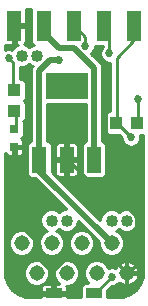
<source format=gtl>
G75*
%MOIN*%
%OFA0B0*%
%FSLAX24Y24*%
%IPPOS*%
%LPD*%
%AMOC8*
5,1,8,0,0,1.08239X$1,22.5*
%
%ADD10C,0.0515*%
%ADD11R,0.0394X0.0433*%
%ADD12R,0.0315X0.0315*%
%ADD13R,0.0433X0.0394*%
%ADD14R,0.0551X0.0354*%
%ADD15R,0.0500X0.1000*%
%ADD16C,0.0400*%
%ADD17R,0.0480X0.0880*%
%ADD18R,0.1417X0.0866*%
%ADD19C,0.0100*%
%ADD20C,0.0270*%
%ADD21C,0.0200*%
D10*
X004447Y002550D03*
X004947Y001550D03*
X005447Y002550D03*
X005947Y001550D03*
X006447Y002550D03*
X006947Y001550D03*
X007447Y002550D03*
X007947Y001550D03*
D11*
X007612Y006550D03*
X008282Y006550D03*
D12*
X004197Y006345D03*
X004197Y005755D03*
D13*
X004197Y006965D03*
X004197Y007635D03*
D14*
X005528Y000870D03*
X006866Y000870D03*
D15*
X007197Y009800D03*
X006197Y009800D03*
X005197Y009800D03*
X004197Y009800D03*
X008197Y009800D03*
D16*
X004947Y008800D03*
X004447Y008800D03*
X005447Y003300D03*
X005947Y003300D03*
X007447Y003300D03*
X007947Y003300D03*
D17*
X006857Y005330D03*
X005947Y005330D03*
X005037Y005330D03*
D18*
X005947Y007770D03*
D19*
X003897Y001550D02*
X003907Y001425D01*
X003984Y001187D01*
X004131Y000984D01*
X004334Y000837D01*
X004572Y000760D01*
X004697Y000750D01*
X005102Y000750D01*
X005102Y000831D01*
X005489Y000831D01*
X005489Y000909D01*
X005489Y001197D01*
X005232Y001197D01*
X005194Y001187D01*
X005160Y001167D01*
X005132Y001139D01*
X005112Y001105D01*
X005102Y001067D01*
X005102Y000909D01*
X005489Y000909D01*
X005566Y000909D01*
X005566Y001197D01*
X005695Y001197D01*
X005585Y001308D01*
X005520Y001465D01*
X005520Y001635D01*
X005585Y001792D01*
X005705Y001912D01*
X005862Y001977D01*
X006032Y001977D01*
X006189Y001912D01*
X006309Y001792D01*
X006375Y001635D01*
X006375Y001465D01*
X006309Y001308D01*
X006189Y001188D01*
X006032Y001123D01*
X005933Y001123D01*
X005943Y001105D01*
X005953Y001067D01*
X005953Y000909D01*
X005566Y000909D01*
X005566Y000831D01*
X005953Y000831D01*
X005953Y000750D01*
X006421Y000750D01*
X006421Y001118D01*
X006520Y001217D01*
X006675Y001217D01*
X006585Y001308D01*
X006520Y001465D01*
X006520Y001635D01*
X006585Y001792D01*
X006705Y001912D01*
X006862Y001977D01*
X007032Y001977D01*
X007189Y001912D01*
X007309Y001792D01*
X007342Y001713D01*
X007396Y001735D01*
X007518Y001735D01*
X007572Y001712D01*
X007599Y001764D01*
X007636Y001815D01*
X007682Y001861D01*
X007733Y001899D01*
X007791Y001928D01*
X007852Y001947D01*
X007915Y001957D01*
X007918Y001957D01*
X007918Y001579D01*
X007976Y001579D01*
X007976Y001957D01*
X007979Y001957D01*
X008042Y001947D01*
X008103Y001928D01*
X008161Y001899D01*
X008213Y001861D01*
X008258Y001815D01*
X008296Y001764D01*
X008325Y001706D01*
X008344Y001645D01*
X008355Y001582D01*
X008355Y001579D01*
X007976Y001579D01*
X007976Y001521D01*
X008355Y001521D01*
X008355Y001518D01*
X008344Y001455D01*
X008325Y001394D01*
X008296Y001336D01*
X008258Y001285D01*
X008213Y001239D01*
X008161Y001201D01*
X008103Y001172D01*
X008042Y001153D01*
X007979Y001143D01*
X007976Y001143D01*
X007976Y001521D01*
X007918Y001521D01*
X007918Y001143D01*
X007915Y001143D01*
X007852Y001153D01*
X007791Y001172D01*
X007733Y001201D01*
X007691Y001232D01*
X007630Y001171D01*
X007518Y001125D01*
X007463Y001125D01*
X007312Y000974D01*
X007312Y000750D01*
X007697Y000750D01*
X007822Y000760D01*
X008060Y000837D01*
X008263Y000984D01*
X008410Y001187D01*
X008487Y001425D01*
X008497Y001550D01*
X008497Y006163D01*
X008388Y006163D01*
X008402Y006131D01*
X008402Y006009D01*
X008356Y005897D01*
X008270Y005811D01*
X008158Y005765D01*
X008036Y005765D01*
X007924Y005811D01*
X007838Y005897D01*
X007792Y006009D01*
X007792Y006064D01*
X007692Y006163D01*
X007345Y006163D01*
X007246Y006263D01*
X007127Y006263D01*
X007127Y006165D02*
X007344Y006165D01*
X007246Y006263D02*
X007246Y006837D01*
X007345Y006937D01*
X007397Y006937D01*
X007397Y008565D01*
X007316Y008565D01*
X007204Y008611D01*
X007118Y008697D01*
X007072Y008809D01*
X007072Y008931D01*
X007118Y009043D01*
X007157Y009081D01*
X007157Y009130D01*
X006882Y009130D01*
X006882Y009049D01*
X006836Y008937D01*
X006764Y008865D01*
X007086Y008543D01*
X007127Y008444D01*
X007127Y005940D01*
X007167Y005940D01*
X007267Y005840D01*
X007267Y004820D01*
X007167Y004720D01*
X006547Y004720D01*
X006447Y004820D01*
X006447Y005840D01*
X006547Y005940D01*
X006587Y005940D01*
X006587Y007167D01*
X005307Y007167D01*
X005307Y005940D01*
X005347Y005940D01*
X005447Y005840D01*
X005447Y004932D01*
X007077Y003302D01*
X007077Y003374D01*
X007133Y003510D01*
X007237Y003614D01*
X007373Y003670D01*
X007521Y003670D01*
X007657Y003614D01*
X007697Y003573D01*
X007737Y003614D01*
X007873Y003670D01*
X008021Y003670D01*
X008157Y003614D01*
X008261Y003510D01*
X008317Y003374D01*
X008317Y003226D01*
X008261Y003090D01*
X008157Y002986D01*
X008021Y002930D01*
X007873Y002930D01*
X007737Y002986D01*
X007697Y003027D01*
X007657Y002986D01*
X007584Y002956D01*
X007689Y002912D01*
X007809Y002792D01*
X007875Y002635D01*
X007875Y002465D01*
X007809Y002308D01*
X007689Y002188D01*
X007532Y002123D01*
X007362Y002123D01*
X007205Y002188D01*
X007085Y002308D01*
X007020Y002465D01*
X007020Y002596D01*
X006317Y003298D01*
X006317Y003226D01*
X006261Y003090D01*
X006157Y002986D01*
X006021Y002930D01*
X005873Y002930D01*
X005737Y002986D01*
X005697Y003027D01*
X005657Y002986D01*
X005584Y002956D01*
X005689Y002912D01*
X005809Y002792D01*
X005875Y002635D01*
X005875Y002465D01*
X005809Y002308D01*
X005689Y002188D01*
X005532Y002123D01*
X005362Y002123D01*
X005205Y002188D01*
X005085Y002308D01*
X005020Y002465D01*
X005020Y002635D01*
X005085Y002792D01*
X005205Y002912D01*
X005310Y002956D01*
X005237Y002986D01*
X005133Y003090D01*
X005077Y003226D01*
X005077Y003374D01*
X005133Y003510D01*
X005237Y003614D01*
X005373Y003670D01*
X005521Y003670D01*
X005657Y003614D01*
X005697Y003573D01*
X005737Y003614D01*
X005873Y003670D01*
X005945Y003670D01*
X004895Y004720D01*
X004727Y004720D01*
X004627Y004820D01*
X004627Y005840D01*
X004727Y005940D01*
X004767Y005940D01*
X004767Y008344D01*
X004808Y008443D01*
X004818Y008453D01*
X004737Y008486D01*
X004697Y008527D01*
X004657Y008486D01*
X004521Y008430D01*
X004803Y008430D01*
X004767Y008332D02*
X004397Y008332D01*
X004397Y008430D02*
X004521Y008430D01*
X004397Y008430D02*
X004397Y008001D01*
X004484Y008001D01*
X004584Y007902D01*
X004584Y007367D01*
X004516Y007300D01*
X004584Y007233D01*
X004584Y006698D01*
X004492Y006606D01*
X004525Y006573D01*
X004525Y006117D01*
X004442Y006035D01*
X004447Y006032D01*
X004475Y006004D01*
X004494Y005970D01*
X004505Y005932D01*
X004505Y005783D01*
X004226Y005783D01*
X004226Y005726D01*
X004505Y005726D01*
X004505Y005577D01*
X004494Y005539D01*
X004475Y005505D01*
X004447Y005477D01*
X004412Y005457D01*
X004374Y005447D01*
X004226Y005447D01*
X004226Y005726D01*
X004168Y005726D01*
X004168Y005447D01*
X004020Y005447D01*
X003982Y005457D01*
X003947Y005477D01*
X003920Y005505D01*
X003900Y005539D01*
X003897Y005550D01*
X003897Y001550D01*
X003898Y001535D02*
X004520Y001535D01*
X004520Y001465D02*
X004585Y001308D01*
X004705Y001188D01*
X004862Y001123D01*
X005032Y001123D01*
X005189Y001188D01*
X005309Y001308D01*
X005375Y001465D01*
X005375Y001635D01*
X005309Y001792D01*
X005189Y001912D01*
X005032Y001977D01*
X004862Y001977D01*
X004705Y001912D01*
X004585Y001792D01*
X004520Y001635D01*
X004520Y001465D01*
X004531Y001437D02*
X003906Y001437D01*
X003935Y001338D02*
X004572Y001338D01*
X004653Y001240D02*
X003967Y001240D01*
X004018Y001141D02*
X004817Y001141D01*
X005077Y001141D02*
X005134Y001141D01*
X005102Y001043D02*
X004089Y001043D01*
X004187Y000944D02*
X005102Y000944D01*
X005241Y001240D02*
X005653Y001240D01*
X005572Y001338D02*
X005322Y001338D01*
X005363Y001437D02*
X005531Y001437D01*
X005520Y001535D02*
X005375Y001535D01*
X005375Y001634D02*
X005520Y001634D01*
X005457Y001590D02*
X005857Y001990D01*
X007537Y001990D01*
X007937Y001590D01*
X007947Y001550D01*
X008017Y001590D01*
X008257Y001830D01*
X008257Y003430D01*
X008017Y003670D01*
X007617Y003670D01*
X006017Y005270D01*
X005947Y005330D01*
X005897Y005377D02*
X005447Y005377D01*
X005447Y005475D02*
X005557Y005475D01*
X005557Y005380D02*
X005897Y005380D01*
X005897Y005280D01*
X005557Y005280D01*
X005557Y004870D01*
X005567Y004832D01*
X005587Y004798D01*
X005615Y004770D01*
X005649Y004750D01*
X005687Y004740D01*
X005897Y004740D01*
X005897Y005280D01*
X005997Y005280D01*
X005997Y004740D01*
X006207Y004740D01*
X006245Y004750D01*
X006279Y004770D01*
X006307Y004798D01*
X006327Y004832D01*
X006337Y004870D01*
X006337Y005280D01*
X005997Y005280D01*
X005997Y005380D01*
X005897Y005380D01*
X005897Y005920D01*
X005687Y005920D01*
X005649Y005910D01*
X005615Y005890D01*
X005587Y005862D01*
X005567Y005828D01*
X005557Y005790D01*
X005557Y005380D01*
X005557Y005278D02*
X005447Y005278D01*
X005447Y005180D02*
X005557Y005180D01*
X005557Y005081D02*
X005447Y005081D01*
X005447Y004983D02*
X005557Y004983D01*
X005557Y004884D02*
X005495Y004884D01*
X005593Y004786D02*
X005599Y004786D01*
X005692Y004687D02*
X008497Y004687D01*
X008497Y004589D02*
X005790Y004589D01*
X005889Y004490D02*
X008497Y004490D01*
X008497Y004392D02*
X005987Y004392D01*
X006086Y004293D02*
X008497Y004293D01*
X008497Y004195D02*
X006184Y004195D01*
X006283Y004096D02*
X008497Y004096D01*
X008497Y003998D02*
X006381Y003998D01*
X006480Y003899D02*
X008497Y003899D01*
X008497Y003801D02*
X006578Y003801D01*
X006677Y003702D02*
X008497Y003702D01*
X008497Y003604D02*
X008167Y003604D01*
X008263Y003505D02*
X008497Y003505D01*
X008497Y003407D02*
X008303Y003407D01*
X008317Y003308D02*
X008497Y003308D01*
X008497Y003210D02*
X008310Y003210D01*
X008269Y003111D02*
X008497Y003111D01*
X008497Y003013D02*
X008183Y003013D01*
X008497Y002914D02*
X007685Y002914D01*
X007683Y003013D02*
X007711Y003013D01*
X007786Y002816D02*
X008497Y002816D01*
X008497Y002717D02*
X007841Y002717D01*
X007875Y002619D02*
X008497Y002619D01*
X008497Y002520D02*
X007875Y002520D01*
X007857Y002422D02*
X008497Y002422D01*
X008497Y002323D02*
X007816Y002323D01*
X007726Y002225D02*
X008497Y002225D01*
X008497Y002126D02*
X007540Y002126D01*
X007354Y002126D02*
X006540Y002126D01*
X006532Y002123D02*
X006689Y002188D01*
X006809Y002308D01*
X006875Y002465D01*
X006875Y002635D01*
X006809Y002792D01*
X006689Y002912D01*
X006532Y002977D01*
X006362Y002977D01*
X006205Y002912D01*
X006085Y002792D01*
X006020Y002635D01*
X006020Y002465D01*
X006085Y002308D01*
X006205Y002188D01*
X006362Y002123D01*
X006532Y002123D01*
X006354Y002126D02*
X005540Y002126D01*
X005354Y002126D02*
X004540Y002126D01*
X004532Y002123D02*
X004689Y002188D01*
X004809Y002308D01*
X004875Y002465D01*
X004875Y002635D01*
X004809Y002792D01*
X004689Y002912D01*
X004532Y002977D01*
X004362Y002977D01*
X004205Y002912D01*
X004085Y002792D01*
X004020Y002635D01*
X004020Y002465D01*
X004085Y002308D01*
X004205Y002188D01*
X004362Y002123D01*
X004532Y002123D01*
X004354Y002126D02*
X003897Y002126D01*
X003897Y002028D02*
X008497Y002028D01*
X008497Y001929D02*
X008099Y001929D01*
X008243Y001831D02*
X008497Y001831D01*
X008497Y001732D02*
X008312Y001732D01*
X008346Y001634D02*
X008497Y001634D01*
X008496Y001535D02*
X007976Y001535D01*
X007976Y001437D02*
X007918Y001437D01*
X007918Y001338D02*
X007976Y001338D01*
X007976Y001240D02*
X007918Y001240D01*
X008213Y001240D02*
X008427Y001240D01*
X008459Y001338D02*
X008296Y001338D01*
X008339Y001437D02*
X008488Y001437D01*
X008377Y001141D02*
X007556Y001141D01*
X007381Y001043D02*
X008305Y001043D01*
X008207Y000944D02*
X007312Y000944D01*
X007312Y000846D02*
X008072Y000846D01*
X007976Y001634D02*
X007918Y001634D01*
X007918Y001732D02*
X007976Y001732D01*
X007976Y001831D02*
X007918Y001831D01*
X007918Y001929D02*
X007976Y001929D01*
X007795Y001929D02*
X007149Y001929D01*
X007271Y001831D02*
X007651Y001831D01*
X007582Y001732D02*
X007525Y001732D01*
X007389Y001732D02*
X007334Y001732D01*
X007457Y001430D02*
X006897Y000870D01*
X006866Y000870D01*
X006653Y001240D02*
X006241Y001240D01*
X006322Y001338D02*
X006572Y001338D01*
X006531Y001437D02*
X006363Y001437D01*
X006375Y001535D02*
X006520Y001535D01*
X006520Y001634D02*
X006375Y001634D01*
X006334Y001732D02*
X006560Y001732D01*
X006623Y001831D02*
X006271Y001831D01*
X006149Y001929D02*
X006745Y001929D01*
X006726Y002225D02*
X007168Y002225D01*
X007078Y002323D02*
X006816Y002323D01*
X006857Y002422D02*
X007038Y002422D01*
X007020Y002520D02*
X006875Y002520D01*
X006875Y002619D02*
X006997Y002619D01*
X006898Y002717D02*
X006841Y002717D01*
X006800Y002816D02*
X006786Y002816D01*
X006701Y002914D02*
X006685Y002914D01*
X006603Y003013D02*
X006183Y003013D01*
X006209Y002914D02*
X005685Y002914D01*
X005683Y003013D02*
X005711Y003013D01*
X005786Y002816D02*
X006108Y002816D01*
X006054Y002717D02*
X005841Y002717D01*
X005875Y002619D02*
X006020Y002619D01*
X006020Y002520D02*
X005875Y002520D01*
X005857Y002422D02*
X006038Y002422D01*
X006078Y002323D02*
X005816Y002323D01*
X005726Y002225D02*
X006168Y002225D01*
X005745Y001929D02*
X005149Y001929D01*
X005057Y001990D02*
X005457Y001590D01*
X005457Y000870D01*
X005528Y000870D01*
X005566Y000846D02*
X006421Y000846D01*
X006421Y000944D02*
X005953Y000944D01*
X005953Y001043D02*
X006421Y001043D01*
X006444Y001141D02*
X006077Y001141D01*
X005566Y001141D02*
X005489Y001141D01*
X005489Y001043D02*
X005566Y001043D01*
X005566Y000944D02*
X005489Y000944D01*
X005489Y000846D02*
X004322Y000846D01*
X004520Y001634D02*
X003897Y001634D01*
X003897Y001732D02*
X004560Y001732D01*
X004623Y001831D02*
X003897Y001831D01*
X003897Y001929D02*
X004745Y001929D01*
X004726Y002225D02*
X005168Y002225D01*
X005078Y002323D02*
X004816Y002323D01*
X004857Y002422D02*
X005038Y002422D01*
X005057Y002470D02*
X005057Y001990D01*
X005271Y001831D02*
X005623Y001831D01*
X005560Y001732D02*
X005334Y001732D01*
X005057Y002470D02*
X004257Y003270D01*
X004257Y005750D01*
X004197Y005755D01*
X004226Y005771D02*
X004627Y005771D01*
X004627Y005672D02*
X004505Y005672D01*
X004503Y005574D02*
X004627Y005574D01*
X004627Y005475D02*
X004443Y005475D01*
X004627Y005377D02*
X003897Y005377D01*
X003897Y005475D02*
X003951Y005475D01*
X003897Y005278D02*
X004627Y005278D01*
X004627Y005180D02*
X003897Y005180D01*
X003897Y005081D02*
X004627Y005081D01*
X004627Y004983D02*
X003897Y004983D01*
X003897Y004884D02*
X004627Y004884D01*
X004661Y004786D02*
X003897Y004786D01*
X003897Y004687D02*
X004928Y004687D01*
X005027Y004589D02*
X003897Y004589D01*
X003897Y004490D02*
X005125Y004490D01*
X005224Y004392D02*
X003897Y004392D01*
X003897Y004293D02*
X005322Y004293D01*
X005421Y004195D02*
X003897Y004195D01*
X003897Y004096D02*
X005519Y004096D01*
X005618Y003998D02*
X003897Y003998D01*
X003897Y003899D02*
X005716Y003899D01*
X005815Y003801D02*
X003897Y003801D01*
X003897Y003702D02*
X005913Y003702D01*
X005727Y003604D02*
X005667Y003604D01*
X005227Y003604D02*
X003897Y003604D01*
X003897Y003505D02*
X005131Y003505D01*
X005091Y003407D02*
X003897Y003407D01*
X003897Y003308D02*
X005077Y003308D01*
X005084Y003210D02*
X003897Y003210D01*
X003897Y003111D02*
X005125Y003111D01*
X005211Y003013D02*
X003897Y003013D01*
X003897Y002914D02*
X004209Y002914D01*
X004108Y002816D02*
X003897Y002816D01*
X003897Y002717D02*
X004054Y002717D01*
X004020Y002619D02*
X003897Y002619D01*
X003897Y002520D02*
X004020Y002520D01*
X004038Y002422D02*
X003897Y002422D01*
X003897Y002323D02*
X004078Y002323D01*
X004168Y002225D02*
X003897Y002225D01*
X004685Y002914D02*
X005209Y002914D01*
X005108Y002816D02*
X004786Y002816D01*
X004841Y002717D02*
X005054Y002717D01*
X005020Y002619D02*
X004875Y002619D01*
X004875Y002520D02*
X005020Y002520D01*
X006269Y003111D02*
X006504Y003111D01*
X006406Y003210D02*
X006310Y003210D01*
X006775Y003604D02*
X007227Y003604D01*
X007131Y003505D02*
X006874Y003505D01*
X006972Y003407D02*
X007091Y003407D01*
X007077Y003308D02*
X007071Y003308D01*
X007667Y003604D02*
X007727Y003604D01*
X007233Y004786D02*
X008497Y004786D01*
X008497Y004884D02*
X007267Y004884D01*
X007267Y004983D02*
X008497Y004983D01*
X008497Y005081D02*
X007267Y005081D01*
X007267Y005180D02*
X008497Y005180D01*
X008497Y005278D02*
X007267Y005278D01*
X007267Y005377D02*
X008497Y005377D01*
X008497Y005475D02*
X007267Y005475D01*
X007267Y005574D02*
X008497Y005574D01*
X008497Y005672D02*
X007267Y005672D01*
X007267Y005771D02*
X008023Y005771D01*
X008171Y005771D02*
X008497Y005771D01*
X008497Y005869D02*
X008327Y005869D01*
X008385Y005968D02*
X008497Y005968D01*
X008497Y006066D02*
X008402Y006066D01*
X008337Y006550D02*
X008282Y006550D01*
X008337Y006550D02*
X008337Y007350D01*
X007617Y006550D02*
X007612Y006550D01*
X007617Y006550D02*
X008097Y006070D01*
X007809Y005968D02*
X007127Y005968D01*
X007127Y006066D02*
X007790Y006066D01*
X007867Y005869D02*
X007238Y005869D01*
X007246Y006362D02*
X007127Y006362D01*
X007127Y006460D02*
X007246Y006460D01*
X007246Y006559D02*
X007127Y006559D01*
X007127Y006657D02*
X007246Y006657D01*
X007246Y006756D02*
X007127Y006756D01*
X007127Y006854D02*
X007263Y006854D01*
X007397Y006953D02*
X007127Y006953D01*
X007127Y007051D02*
X007397Y007051D01*
X007397Y007150D02*
X007127Y007150D01*
X007127Y007248D02*
X007397Y007248D01*
X007397Y007347D02*
X007127Y007347D01*
X007127Y007445D02*
X007397Y007445D01*
X007397Y007544D02*
X007127Y007544D01*
X007127Y007642D02*
X007397Y007642D01*
X007397Y007741D02*
X007127Y007741D01*
X007127Y007839D02*
X007397Y007839D01*
X007397Y007938D02*
X007127Y007938D01*
X007127Y008036D02*
X007397Y008036D01*
X007397Y008135D02*
X007127Y008135D01*
X007127Y008233D02*
X007397Y008233D01*
X007397Y008332D02*
X007127Y008332D01*
X007127Y008430D02*
X007397Y008430D01*
X007397Y008529D02*
X007092Y008529D01*
X007002Y008627D02*
X007189Y008627D01*
X007107Y008726D02*
X006903Y008726D01*
X006805Y008824D02*
X007072Y008824D01*
X007072Y008923D02*
X006821Y008923D01*
X006870Y009021D02*
X007109Y009021D01*
X007157Y009120D02*
X006882Y009120D01*
X006577Y009110D02*
X006577Y009430D01*
X006257Y009750D01*
X006197Y009800D01*
X007197Y009800D02*
X007217Y009750D01*
X007377Y009590D01*
X007377Y008870D01*
X007617Y008710D02*
X008177Y009270D01*
X008177Y009750D01*
X008197Y009800D01*
X007617Y008710D02*
X007617Y006550D01*
X006587Y006559D02*
X005307Y006559D01*
X005307Y006657D02*
X006587Y006657D01*
X006587Y006756D02*
X005307Y006756D01*
X005307Y006854D02*
X006587Y006854D01*
X006587Y006953D02*
X005307Y006953D01*
X005307Y007051D02*
X006587Y007051D01*
X006587Y007150D02*
X005307Y007150D01*
X005307Y006460D02*
X006587Y006460D01*
X006587Y006362D02*
X005307Y006362D01*
X005307Y006263D02*
X006587Y006263D01*
X006587Y006165D02*
X005307Y006165D01*
X005307Y006066D02*
X006587Y006066D01*
X006587Y005968D02*
X005307Y005968D01*
X005418Y005869D02*
X005594Y005869D01*
X005557Y005771D02*
X005447Y005771D01*
X005447Y005672D02*
X005557Y005672D01*
X005557Y005574D02*
X005447Y005574D01*
X005897Y005574D02*
X005997Y005574D01*
X005997Y005672D02*
X005897Y005672D01*
X005897Y005771D02*
X005997Y005771D01*
X005997Y005869D02*
X005897Y005869D01*
X005997Y005920D02*
X006207Y005920D01*
X006245Y005910D01*
X006279Y005890D01*
X006307Y005862D01*
X006327Y005828D01*
X006337Y005790D01*
X006337Y005380D01*
X005997Y005380D01*
X005997Y005920D01*
X005997Y005475D02*
X005897Y005475D01*
X005997Y005377D02*
X006447Y005377D01*
X006447Y005475D02*
X006337Y005475D01*
X006337Y005574D02*
X006447Y005574D01*
X006447Y005672D02*
X006337Y005672D01*
X006337Y005771D02*
X006447Y005771D01*
X006476Y005869D02*
X006300Y005869D01*
X006337Y005278D02*
X006447Y005278D01*
X006447Y005180D02*
X006337Y005180D01*
X006337Y005081D02*
X006447Y005081D01*
X006447Y004983D02*
X006337Y004983D01*
X006337Y004884D02*
X006447Y004884D01*
X006481Y004786D02*
X006295Y004786D01*
X005997Y004786D02*
X005897Y004786D01*
X005897Y004884D02*
X005997Y004884D01*
X005997Y004983D02*
X005897Y004983D01*
X005897Y005081D02*
X005997Y005081D01*
X005997Y005180D02*
X005897Y005180D01*
X005897Y005278D02*
X005997Y005278D01*
X004767Y005968D02*
X004495Y005968D01*
X004505Y005869D02*
X004656Y005869D01*
X004767Y006066D02*
X004473Y006066D01*
X004525Y006165D02*
X004767Y006165D01*
X004767Y006263D02*
X004525Y006263D01*
X004525Y006362D02*
X004767Y006362D01*
X004767Y006460D02*
X004525Y006460D01*
X004525Y006559D02*
X004767Y006559D01*
X004767Y006657D02*
X004543Y006657D01*
X004584Y006756D02*
X004767Y006756D01*
X004767Y006854D02*
X004584Y006854D01*
X004584Y006953D02*
X004767Y006953D01*
X004767Y007051D02*
X004584Y007051D01*
X004584Y007150D02*
X004767Y007150D01*
X004767Y007248D02*
X004568Y007248D01*
X004563Y007347D02*
X004767Y007347D01*
X004767Y007445D02*
X004584Y007445D01*
X004584Y007544D02*
X004767Y007544D01*
X004767Y007642D02*
X004584Y007642D01*
X004584Y007741D02*
X004767Y007741D01*
X004767Y007839D02*
X004584Y007839D01*
X004548Y007938D02*
X004767Y007938D01*
X004767Y008036D02*
X004397Y008036D01*
X004397Y008135D02*
X004767Y008135D01*
X004767Y008233D02*
X004397Y008233D01*
X004177Y008550D02*
X004017Y008710D01*
X004177Y008550D02*
X004177Y007670D01*
X004197Y007635D01*
X004197Y006965D02*
X004257Y006950D01*
X004257Y006390D01*
X004197Y006345D01*
X004168Y005672D02*
X004226Y005672D01*
X004226Y005574D02*
X004168Y005574D01*
X004168Y005475D02*
X004226Y005475D01*
X004127Y008995D02*
X004078Y009015D01*
X003956Y009015D01*
X003897Y008990D01*
X003897Y009158D01*
X003927Y009150D01*
X004147Y009150D01*
X004147Y009750D01*
X004247Y009750D01*
X004247Y009150D01*
X004325Y009150D01*
X004237Y009114D01*
X004133Y009010D01*
X004127Y008995D01*
X004145Y009021D02*
X003897Y009021D01*
X003897Y009120D02*
X004252Y009120D01*
X004247Y009218D02*
X004147Y009218D01*
X004147Y009317D02*
X004247Y009317D01*
X004247Y009415D02*
X004147Y009415D01*
X004147Y009514D02*
X004247Y009514D01*
X004247Y009612D02*
X004147Y009612D01*
X004147Y009711D02*
X004247Y009711D01*
X004247Y009750D02*
X004247Y009850D01*
X004597Y009850D01*
X004597Y010320D01*
X004589Y010350D01*
X004777Y010350D01*
X004777Y009230D01*
X004847Y009159D01*
X004737Y009114D01*
X004697Y009073D01*
X004657Y009114D01*
X004521Y009170D01*
X004539Y009180D01*
X004567Y009208D01*
X004587Y009242D01*
X004597Y009280D01*
X004597Y009750D01*
X004247Y009750D01*
X004247Y009809D02*
X004777Y009809D01*
X004777Y009711D02*
X004597Y009711D01*
X004597Y009612D02*
X004777Y009612D01*
X004777Y009514D02*
X004597Y009514D01*
X004597Y009415D02*
X004777Y009415D01*
X004777Y009317D02*
X004597Y009317D01*
X004573Y009218D02*
X004789Y009218D01*
X004752Y009120D02*
X004643Y009120D01*
X004657Y009830D02*
X004257Y009830D01*
X004197Y009800D01*
X004597Y009908D02*
X004777Y009908D01*
X004777Y010006D02*
X004597Y010006D01*
X004597Y010105D02*
X004777Y010105D01*
X004777Y010203D02*
X004597Y010203D01*
X004597Y010302D02*
X004777Y010302D01*
D20*
X004657Y009830D03*
X004447Y008800D03*
X004017Y008710D03*
X004947Y008800D03*
X005697Y008650D03*
X006577Y009110D03*
X007377Y008870D03*
X008337Y007350D03*
X008097Y006070D03*
X007947Y003300D03*
X007447Y003300D03*
X007457Y001430D03*
X005947Y003300D03*
X005447Y003300D03*
D21*
X005037Y004960D02*
X007447Y002550D01*
X006857Y005330D02*
X006857Y008390D01*
X006197Y009050D01*
X005697Y009050D01*
X005197Y009550D01*
X005197Y009800D01*
X005397Y008650D02*
X005697Y008650D01*
X005397Y008650D02*
X005037Y008290D01*
X005037Y005330D01*
X005037Y004960D01*
M02*

</source>
